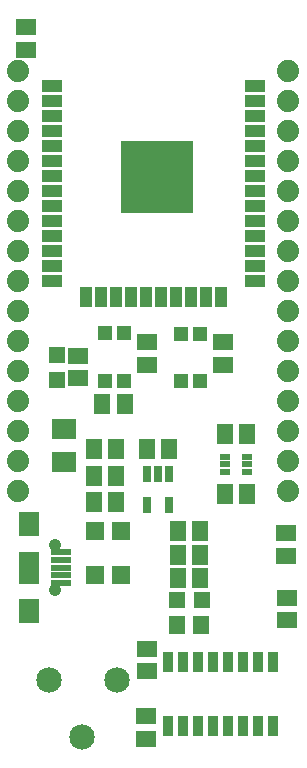
<source format=gts>
G75*
%MOIN*%
%OFA0B0*%
%FSLAX25Y25*%
%IPPOS*%
%LPD*%
%AMOC8*
5,1,8,0,0,1.08239X$1,22.5*
%
%ADD10R,0.05682X0.06706*%
%ADD11R,0.02965X0.05524*%
%ADD12R,0.05524X0.05524*%
%ADD13R,0.06706X0.05682*%
%ADD14R,0.06706X0.04343*%
%ADD15R,0.04343X0.06706*%
%ADD16R,0.24422X0.24422*%
%ADD17R,0.05524X0.05918*%
%ADD18R,0.04737X0.04737*%
%ADD19R,0.06312X0.06312*%
%ADD20C,0.07400*%
%ADD21R,0.03398X0.01981*%
%ADD22C,0.08477*%
%ADD23R,0.07887X0.07099*%
%ADD24R,0.06509X0.02375*%
%ADD25C,0.04146*%
%ADD26R,0.06693X0.07874*%
%ADD27R,0.06693X0.10630*%
%ADD28R,0.03300X0.06800*%
D10*
X0051230Y0092900D03*
X0051230Y0101400D03*
X0051230Y0110400D03*
X0058710Y0110400D03*
X0058710Y0101400D03*
X0058710Y0092900D03*
X0068955Y0110400D03*
X0076435Y0110400D03*
X0079255Y0083209D03*
X0079255Y0075192D03*
X0079255Y0067400D03*
X0086735Y0067400D03*
X0086735Y0075192D03*
X0086735Y0083209D03*
X0094855Y0095400D03*
X0102335Y0095400D03*
X0102335Y0115400D03*
X0094855Y0115400D03*
X0061585Y0125650D03*
X0054105Y0125650D03*
D11*
X0068955Y0102119D03*
X0072695Y0102119D03*
X0076435Y0102119D03*
X0076435Y0091881D03*
X0068955Y0091881D03*
D12*
X0078861Y0060275D03*
X0087129Y0060275D03*
X0038795Y0133616D03*
X0038795Y0141884D03*
D13*
X0045895Y0141540D03*
X0045895Y0134060D03*
X0069045Y0138660D03*
X0069045Y0146140D03*
X0094345Y0146140D03*
X0094345Y0138660D03*
X0115345Y0082390D03*
X0115345Y0074910D03*
X0115595Y0060890D03*
X0115595Y0053410D03*
X0068795Y0043890D03*
X0068795Y0036410D03*
X0068595Y0021390D03*
X0068595Y0013910D03*
X0028595Y0243660D03*
X0028595Y0251140D03*
D14*
X0037237Y0231585D03*
X0037237Y0226585D03*
X0037237Y0221585D03*
X0037237Y0216585D03*
X0037237Y0211585D03*
X0037237Y0206585D03*
X0037237Y0201585D03*
X0037237Y0196585D03*
X0037237Y0191585D03*
X0037237Y0186585D03*
X0037237Y0181585D03*
X0037237Y0176585D03*
X0037237Y0171585D03*
X0037237Y0166585D03*
X0104953Y0166585D03*
X0104953Y0171585D03*
X0104953Y0176585D03*
X0104953Y0181585D03*
X0104953Y0186585D03*
X0104953Y0191585D03*
X0104953Y0196585D03*
X0104953Y0201585D03*
X0104953Y0206585D03*
X0104953Y0211585D03*
X0104953Y0216585D03*
X0104953Y0221585D03*
X0104953Y0226585D03*
X0104953Y0231585D03*
D15*
X0093654Y0161113D03*
X0088654Y0161113D03*
X0083654Y0161113D03*
X0078654Y0161113D03*
X0073654Y0161113D03*
X0068654Y0161113D03*
X0063654Y0161113D03*
X0058654Y0161113D03*
X0053654Y0161113D03*
X0048654Y0161113D03*
D16*
X0072434Y0201270D03*
D17*
X0078870Y0051950D03*
X0086870Y0051950D03*
D18*
X0086495Y0133026D03*
X0080196Y0133026D03*
X0080196Y0148774D03*
X0086495Y0148774D03*
X0061195Y0149024D03*
X0054896Y0149024D03*
X0054896Y0133276D03*
X0061195Y0133276D03*
D19*
X0060445Y0083183D03*
X0060445Y0068617D03*
X0051570Y0068617D03*
X0051570Y0083183D03*
D20*
X0026095Y0096400D03*
X0026095Y0106400D03*
X0026095Y0116400D03*
X0026095Y0126400D03*
X0026095Y0136400D03*
X0026095Y0146400D03*
X0026095Y0156400D03*
X0026095Y0166400D03*
X0026095Y0176400D03*
X0026095Y0186400D03*
X0026095Y0196400D03*
X0026095Y0206400D03*
X0026095Y0216400D03*
X0026095Y0226400D03*
X0026095Y0236400D03*
X0116095Y0236400D03*
X0116095Y0226400D03*
X0116095Y0216400D03*
X0116095Y0206400D03*
X0116095Y0196400D03*
X0116095Y0186400D03*
X0116095Y0176400D03*
X0116095Y0166400D03*
X0116095Y0156400D03*
X0116095Y0146400D03*
X0116095Y0136400D03*
X0116095Y0126400D03*
X0116095Y0116400D03*
X0116095Y0106400D03*
X0116095Y0096400D03*
D21*
X0102217Y0102841D03*
X0102217Y0105400D03*
X0102217Y0107959D03*
X0094973Y0107959D03*
X0094973Y0105400D03*
X0094973Y0102841D03*
D22*
X0059032Y0033400D03*
X0047221Y0014502D03*
X0036198Y0033400D03*
D23*
X0041395Y0106288D03*
X0041395Y0117312D03*
D24*
X0040423Y0076018D03*
X0040423Y0073459D03*
X0040423Y0070900D03*
X0040423Y0068341D03*
X0040423Y0065782D03*
D25*
X0038357Y0063420D03*
X0038357Y0078380D03*
D26*
X0029695Y0056396D03*
X0029695Y0085404D03*
D27*
X0029695Y0070900D03*
D28*
X0076095Y0039510D03*
X0081095Y0039510D03*
X0086095Y0039510D03*
X0091095Y0039510D03*
X0096095Y0039510D03*
X0101095Y0039510D03*
X0106095Y0039510D03*
X0111095Y0039510D03*
X0111095Y0018290D03*
X0106095Y0018290D03*
X0101095Y0018290D03*
X0096095Y0018290D03*
X0091095Y0018290D03*
X0086095Y0018290D03*
X0081095Y0018290D03*
X0076095Y0018290D03*
M02*

</source>
